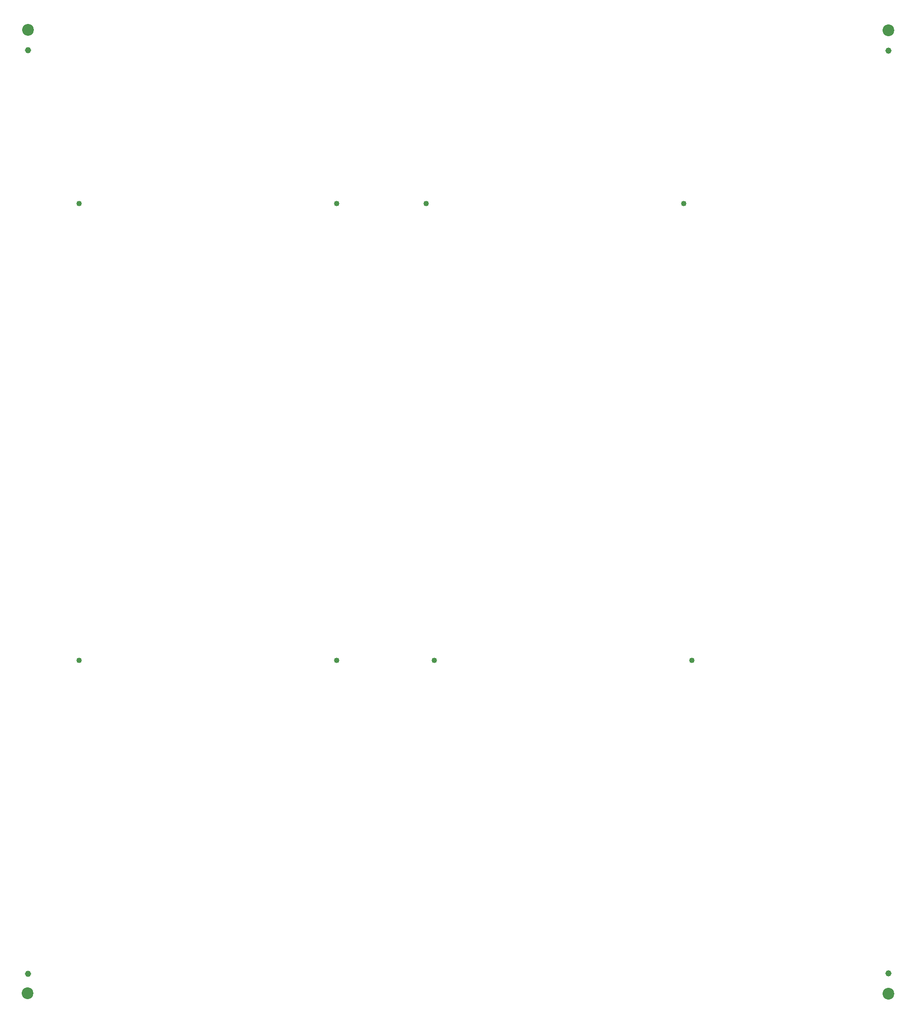
<source format=gbr>
%TF.GenerationSoftware,Altium Limited,Altium Designer,25.5.2 (35)*%
G04 Layer_Color=0*
%FSLAX45Y45*%
%MOMM*%
%TF.SameCoordinates,6948D1F0-C69E-42BD-806E-39CAA59B2E28*%
%TF.FilePolarity,Positive*%
%TF.FileFunction,NonPlated,1,4,NPTH,Drill*%
%TF.Part,Single*%
G01*
G75*
%TA.AperFunction,OtherDrill,Pad Free-MH (-160.506mm,125.147mm)*%
%ADD34C,2.20000*%
%TA.AperFunction,OtherDrill,Pad Free-MH (-160.609mm,-55.193mm)*%
%ADD35C,2.20000*%
%TA.AperFunction,OtherDrill,Pad Free-MH (0.635mm,-55.245mm)*%
%ADD36C,2.20000*%
%TA.AperFunction,OtherDrill,Pad Free-MH (0.644mm,125.104mm)*%
%ADD37C,2.20000*%
%TA.AperFunction,OtherDrill,Pad Free-TH (-160.506mm,-51.487mm)*%
%ADD38C,1.15200*%
%TA.AperFunction,OtherDrill,Pad Free-TH (0.644mm,-51.426mm)*%
%ADD39C,1.15200*%
%TA.AperFunction,OtherDrill,Pad Free-TH (0.644mm,121.294mm)*%
%ADD40C,1.15200*%
%TA.AperFunction,OtherDrill,Pad Free-TH (-160.506mm,121.355mm)*%
%ADD41C,1.15200*%
%TA.AperFunction,ComponentDrill*%
%ADD42C,1.02000*%
D34*
X-16050565Y12514668D02*
D03*
D35*
X-16060915Y-5519334D02*
D03*
D36*
X63500Y-5524500D02*
D03*
D37*
X64396Y12510380D02*
D03*
D38*
X-16050565Y-5148683D02*
D03*
D39*
X64396Y-5142604D02*
D03*
D40*
Y12129380D02*
D03*
D41*
X-16050565Y12135460D02*
D03*
D42*
X-3617500Y716645D02*
D03*
X-8443500D02*
D03*
X-3769900Y9268825D02*
D03*
X-8595900D02*
D03*
X-10272300Y716645D02*
D03*
X-15098300D02*
D03*
X-10272300Y9268825D02*
D03*
X-15098300D02*
D03*
%TF.MD5,a217056d53e97abaa14bf4ddb46d9338*%
M02*

</source>
